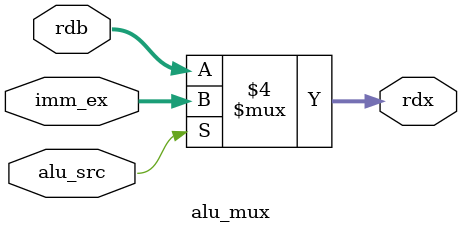
<source format=v>
module  alu_mux(rdb, imm_ex, rdx, alu_src);
	input alu_src;
	input [31:0] rdb;
	input [31:0] imm_ex;
	output reg [31:0] rdx;

	always@(*)
	begin
		if(alu_src == 1'b0) begin
			rdx = rdb;
		end			
        else begin
			rdx = imm_ex;
		end
	end
endmodule
</source>
